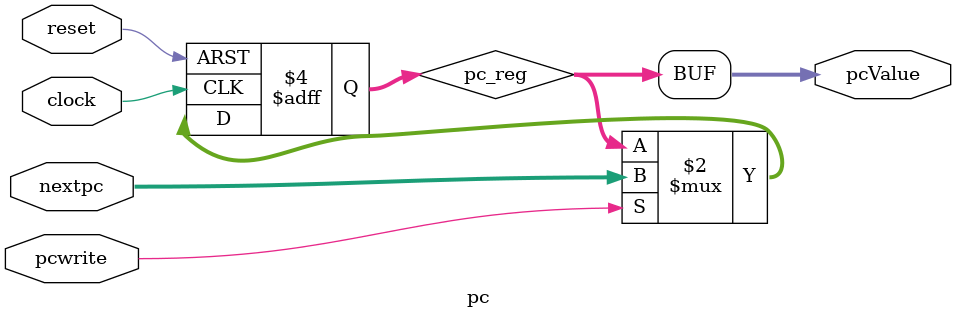
<source format=v>
`timescale 1ns / 1ps

module pc(
    input           reset,
    input           clock,
    input           pcwrite,
    input  [31:0]   nextpc,
    output [31:0]   pcValue
);
    reg [31:0] pc_reg;
    localparam RESET_PC = 32'h0000_3000;
    
    always @(posedge clock or posedge reset) begin
        if (reset) begin
            pc_reg <= RESET_PC;
        end else if (pcwrite) begin
            pc_reg <= nextpc;
        end
    end
    assign pcValue = pc_reg;
endmodule

</source>
